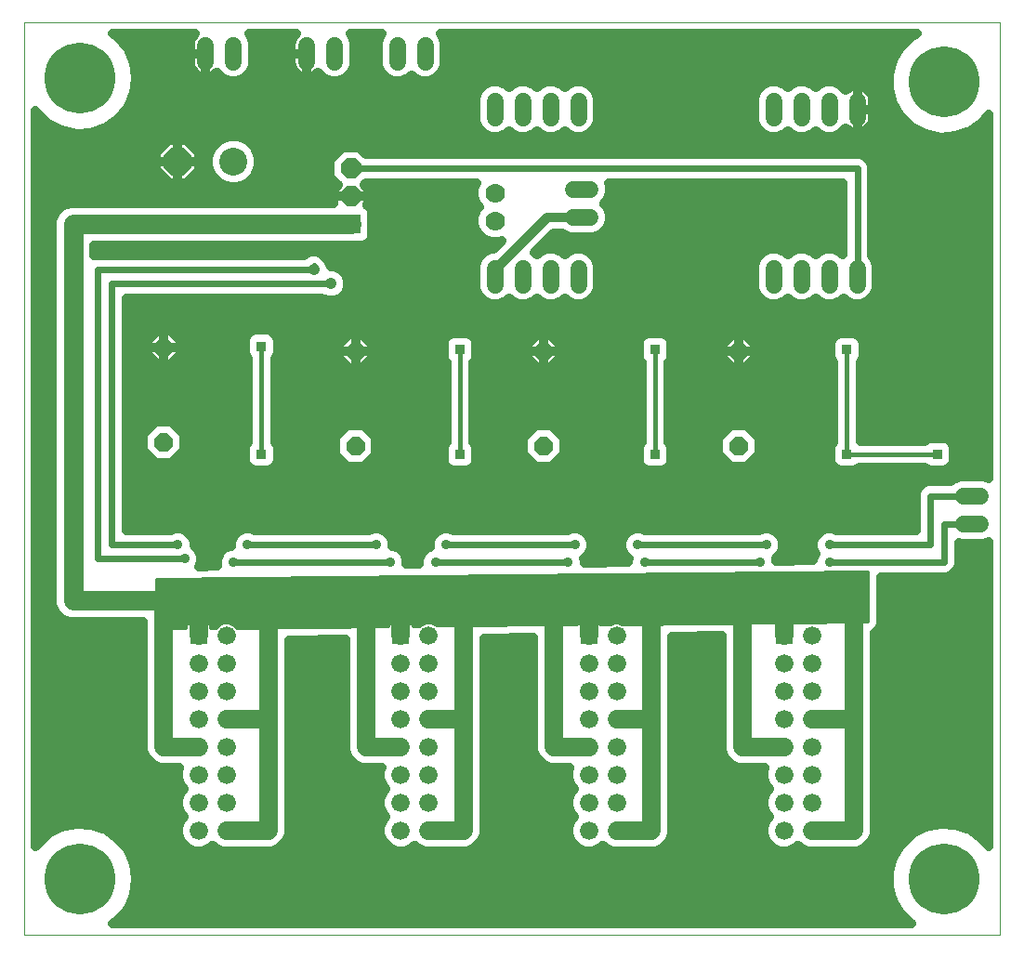
<source format=gbl>
G75*
%MOIN*%
%OFA0B0*%
%FSLAX25Y25*%
%IPPOS*%
%LPD*%
%AMOC8*
5,1,8,0,0,1.08239X$1,22.5*
%
%ADD10C,0.00000*%
%ADD11C,0.10000*%
%ADD12OC8,0.10000*%
%ADD13R,0.05937X0.05937*%
%ADD14C,0.06600*%
%ADD15OC8,0.06600*%
%ADD16C,0.25400*%
%ADD17C,0.05937*%
%ADD18C,0.07000*%
%ADD19R,0.07087X0.07087*%
%ADD20OC8,0.07087*%
%ADD21C,0.03200*%
%ADD22C,0.02600*%
%ADD23C,0.04134*%
%ADD24C,0.03562*%
%ADD25C,0.02400*%
%ADD26C,0.01200*%
%ADD27C,0.07000*%
%ADD28C,0.06600*%
%ADD29R,0.03562X0.03562*%
%ADD30C,0.01600*%
D10*
X0002600Y0002600D02*
X0002600Y0330061D01*
X0352551Y0330061D01*
X0352551Y0002600D01*
X0002600Y0002600D01*
D11*
X0077600Y0280100D03*
D12*
X0057600Y0280100D03*
D13*
X0065100Y0110100D03*
X0137600Y0110100D03*
X0205100Y0110100D03*
X0275100Y0110100D03*
D14*
X0275100Y0100100D03*
X0275100Y0090100D03*
X0275100Y0080100D03*
X0275100Y0070100D03*
X0275100Y0060100D03*
X0275100Y0050100D03*
X0275100Y0040100D03*
X0285100Y0040100D03*
X0285100Y0050100D03*
X0285100Y0060100D03*
X0285100Y0070100D03*
X0285100Y0080100D03*
X0285100Y0090100D03*
X0285100Y0100100D03*
X0285100Y0110100D03*
X0215100Y0110100D03*
X0215100Y0100100D03*
X0215100Y0090100D03*
X0215100Y0080100D03*
X0215100Y0070100D03*
X0215100Y0060100D03*
X0215100Y0050100D03*
X0215100Y0040100D03*
X0205100Y0040100D03*
X0205100Y0050100D03*
X0205100Y0060100D03*
X0205100Y0070100D03*
X0205100Y0080100D03*
X0205100Y0090100D03*
X0205100Y0100100D03*
X0147600Y0100100D03*
X0147600Y0090100D03*
X0147600Y0080100D03*
X0147600Y0070100D03*
X0147600Y0060100D03*
X0147600Y0050100D03*
X0147600Y0040100D03*
X0137600Y0040100D03*
X0137600Y0050100D03*
X0137600Y0060100D03*
X0137600Y0070100D03*
X0137600Y0080100D03*
X0137600Y0090100D03*
X0137600Y0100100D03*
X0147600Y0110100D03*
X0075100Y0110100D03*
X0075100Y0100100D03*
X0075100Y0090100D03*
X0075100Y0080100D03*
X0075100Y0070100D03*
X0075100Y0060100D03*
X0075100Y0050100D03*
X0075100Y0040100D03*
X0065100Y0040100D03*
X0065100Y0050100D03*
X0065100Y0060100D03*
X0065100Y0070100D03*
X0065100Y0080100D03*
X0065100Y0090100D03*
X0065100Y0100100D03*
D15*
X0052600Y0179350D03*
X0052600Y0213350D03*
X0121350Y0212100D03*
X0121350Y0178100D03*
X0188850Y0178100D03*
X0188850Y0212100D03*
X0258850Y0212100D03*
X0258850Y0178100D03*
D16*
X0332600Y0308850D03*
X0332600Y0022600D03*
X0022600Y0022600D03*
X0022600Y0310100D03*
D17*
X0067600Y0315881D02*
X0067600Y0321819D01*
X0077600Y0321819D02*
X0077600Y0315881D01*
X0103850Y0315881D02*
X0103850Y0321819D01*
X0113850Y0321819D02*
X0113850Y0315881D01*
X0136350Y0315881D02*
X0136350Y0321819D01*
X0146350Y0321819D02*
X0146350Y0315881D01*
X0171350Y0301819D02*
X0171350Y0295881D01*
X0181350Y0295881D02*
X0181350Y0301819D01*
X0191350Y0301819D02*
X0191350Y0295881D01*
X0201350Y0295881D02*
X0201350Y0301819D01*
X0199631Y0270100D02*
X0205569Y0270100D01*
X0205569Y0260100D02*
X0199631Y0260100D01*
X0201350Y0241819D02*
X0201350Y0235881D01*
X0191350Y0235881D02*
X0191350Y0241819D01*
X0181350Y0241819D02*
X0181350Y0235881D01*
X0171350Y0235881D02*
X0171350Y0241819D01*
X0271350Y0241819D02*
X0271350Y0235881D01*
X0281350Y0235881D02*
X0281350Y0241819D01*
X0291350Y0241819D02*
X0291350Y0235881D01*
X0301350Y0235881D02*
X0301350Y0241819D01*
X0301350Y0295881D02*
X0301350Y0301819D01*
X0291350Y0301819D02*
X0291350Y0295881D01*
X0281350Y0295881D02*
X0281350Y0301819D01*
X0271350Y0301819D02*
X0271350Y0295881D01*
X0339631Y0160100D02*
X0345569Y0160100D01*
X0345569Y0150100D02*
X0339631Y0150100D01*
D18*
X0171350Y0258850D03*
X0171350Y0268850D03*
D19*
X0119756Y0257600D03*
D20*
X0119756Y0267600D03*
X0119756Y0277600D03*
D21*
X0112212Y0277672D02*
X0086336Y0277672D01*
X0086600Y0278310D02*
X0085230Y0275002D01*
X0082698Y0272470D01*
X0079390Y0271100D01*
X0075810Y0271100D01*
X0072502Y0272470D01*
X0069970Y0275002D01*
X0068600Y0278310D01*
X0068600Y0281890D01*
X0069970Y0285198D01*
X0072502Y0287730D01*
X0075810Y0289100D01*
X0079390Y0289100D01*
X0082698Y0287730D01*
X0085230Y0285198D01*
X0086600Y0281890D01*
X0086600Y0278310D01*
X0086600Y0280870D02*
X0112358Y0280870D01*
X0112212Y0280725D02*
X0112212Y0274475D01*
X0115078Y0271610D01*
X0113612Y0270145D01*
X0113612Y0267600D01*
X0119755Y0267600D01*
X0113612Y0267600D01*
X0113612Y0265100D01*
X0018608Y0265100D01*
X0015852Y0263958D01*
X0013742Y0261848D01*
X0012600Y0259092D01*
X0012600Y0121108D01*
X0013742Y0118352D01*
X0015852Y0116242D01*
X0018608Y0115100D01*
X0045300Y0115100D01*
X0045300Y0068648D01*
X0046411Y0065965D01*
X0048465Y0063911D01*
X0051148Y0062800D01*
X0058317Y0062800D01*
X0057800Y0061552D01*
X0057800Y0058648D01*
X0058911Y0055965D01*
X0059776Y0055100D01*
X0058911Y0054235D01*
X0057800Y0051552D01*
X0057800Y0048648D01*
X0058911Y0045965D01*
X0059776Y0045100D01*
X0058911Y0044235D01*
X0057800Y0041552D01*
X0057800Y0038648D01*
X0058911Y0035965D01*
X0060965Y0033911D01*
X0063648Y0032800D01*
X0066552Y0032800D01*
X0069235Y0033911D01*
X0070100Y0034776D01*
X0070965Y0033911D01*
X0073648Y0032800D01*
X0091552Y0032800D01*
X0094235Y0033911D01*
X0096289Y0035965D01*
X0097400Y0038648D01*
X0097400Y0108464D01*
X0117800Y0108664D01*
X0117800Y0068648D01*
X0118911Y0065965D01*
X0120965Y0063911D01*
X0123648Y0062800D01*
X0130817Y0062800D01*
X0130300Y0061552D01*
X0130300Y0058648D01*
X0131411Y0055965D01*
X0132276Y0055100D01*
X0131411Y0054235D01*
X0130300Y0051552D01*
X0130300Y0048648D01*
X0131411Y0045965D01*
X0132276Y0045100D01*
X0131411Y0044235D01*
X0130300Y0041552D01*
X0130300Y0038648D01*
X0131411Y0035965D01*
X0133465Y0033911D01*
X0136148Y0032800D01*
X0139052Y0032800D01*
X0141735Y0033911D01*
X0142600Y0034776D01*
X0143465Y0033911D01*
X0146148Y0032800D01*
X0161552Y0032800D01*
X0164235Y0033911D01*
X0166289Y0035965D01*
X0167400Y0038648D01*
X0167400Y0109150D01*
X0185300Y0109325D01*
X0185300Y0068648D01*
X0186411Y0065965D01*
X0188465Y0063911D01*
X0191148Y0062800D01*
X0198317Y0062800D01*
X0197800Y0061552D01*
X0197800Y0058648D01*
X0198911Y0055965D01*
X0199776Y0055100D01*
X0198911Y0054235D01*
X0197800Y0051552D01*
X0197800Y0048648D01*
X0198911Y0045965D01*
X0199776Y0045100D01*
X0198911Y0044235D01*
X0197800Y0041552D01*
X0197800Y0038648D01*
X0198911Y0035965D01*
X0200965Y0033911D01*
X0203648Y0032800D01*
X0206552Y0032800D01*
X0209235Y0033911D01*
X0210100Y0034776D01*
X0210965Y0033911D01*
X0213648Y0032800D01*
X0229052Y0032800D01*
X0231735Y0033911D01*
X0233789Y0035965D01*
X0234900Y0038648D01*
X0234900Y0109812D01*
X0252800Y0109987D01*
X0252800Y0068648D01*
X0253911Y0065965D01*
X0255965Y0063911D01*
X0258648Y0062800D01*
X0268317Y0062800D01*
X0267800Y0061552D01*
X0267800Y0058648D01*
X0268911Y0055965D01*
X0269776Y0055100D01*
X0268911Y0054235D01*
X0267800Y0051552D01*
X0267800Y0048648D01*
X0268911Y0045965D01*
X0269776Y0045100D01*
X0268911Y0044235D01*
X0267800Y0041552D01*
X0267800Y0038648D01*
X0268911Y0035965D01*
X0270965Y0033911D01*
X0273648Y0032800D01*
X0276552Y0032800D01*
X0279235Y0033911D01*
X0280100Y0034776D01*
X0280965Y0033911D01*
X0283648Y0032800D01*
X0301552Y0032800D01*
X0304235Y0033911D01*
X0306289Y0035965D01*
X0307400Y0038648D01*
X0307400Y0111074D01*
X0307706Y0111200D01*
X0307722Y0111217D01*
X0307744Y0111226D01*
X0308369Y0111863D01*
X0309000Y0112494D01*
X0309009Y0112516D01*
X0309025Y0112533D01*
X0309358Y0113360D01*
X0309700Y0114185D01*
X0309700Y0114208D01*
X0309709Y0114230D01*
X0309700Y0115122D01*
X0309700Y0131150D01*
X0333634Y0131150D01*
X0335546Y0131942D01*
X0337008Y0133404D01*
X0337800Y0135316D01*
X0337800Y0143316D01*
X0338245Y0143131D01*
X0346955Y0143131D01*
X0348551Y0143793D01*
X0348551Y0034390D01*
X0346251Y0037217D01*
X0341801Y0040358D01*
X0336669Y0042182D01*
X0331235Y0042553D01*
X0325902Y0041445D01*
X0321066Y0038939D01*
X0317086Y0035222D01*
X0317086Y0035222D01*
X0314256Y0030568D01*
X0312786Y0025323D01*
X0312786Y0019877D01*
X0314256Y0014632D01*
X0317086Y0009978D01*
X0320703Y0006600D01*
X0034291Y0006600D01*
X0036251Y0007983D01*
X0036251Y0007983D01*
X0036251Y0007983D01*
X0039688Y0012208D01*
X0039688Y0012208D01*
X0041858Y0017204D01*
X0042600Y0022600D01*
X0041858Y0027996D01*
X0039688Y0032992D01*
X0036251Y0037217D01*
X0031801Y0040358D01*
X0026669Y0042182D01*
X0021235Y0042553D01*
X0015902Y0041445D01*
X0011066Y0038939D01*
X0007086Y0035222D01*
X0007086Y0035222D01*
X0006600Y0034423D01*
X0006600Y0298277D01*
X0007086Y0297478D01*
X0011066Y0293761D01*
X0015902Y0291255D01*
X0015902Y0291255D01*
X0021235Y0290147D01*
X0021235Y0290147D01*
X0026669Y0290518D01*
X0031801Y0292342D01*
X0036251Y0295483D01*
X0036251Y0295483D01*
X0036251Y0295483D01*
X0039688Y0299708D01*
X0039688Y0299708D01*
X0041858Y0304704D01*
X0042600Y0310100D01*
X0041858Y0315496D01*
X0039688Y0320492D01*
X0036251Y0324717D01*
X0034347Y0326061D01*
X0063967Y0326061D01*
X0063353Y0325446D01*
X0062837Y0324737D01*
X0062439Y0323956D01*
X0062169Y0323122D01*
X0062031Y0322257D01*
X0062031Y0318850D01*
X0062031Y0315443D01*
X0062169Y0314578D01*
X0062439Y0313744D01*
X0062837Y0312963D01*
X0063353Y0312254D01*
X0063972Y0311634D01*
X0064681Y0311119D01*
X0065462Y0310721D01*
X0066296Y0310450D01*
X0067162Y0310313D01*
X0067600Y0310313D01*
X0068038Y0310313D01*
X0068904Y0310450D01*
X0069738Y0310721D01*
X0070519Y0311119D01*
X0071228Y0311634D01*
X0071644Y0312051D01*
X0071692Y0311934D01*
X0073653Y0309974D01*
X0076214Y0308913D01*
X0078986Y0308913D01*
X0081547Y0309974D01*
X0083508Y0311934D01*
X0084568Y0314495D01*
X0084568Y0323205D01*
X0083508Y0325766D01*
X0083213Y0326061D01*
X0100217Y0326061D01*
X0099603Y0325446D01*
X0099087Y0324737D01*
X0098689Y0323956D01*
X0098419Y0323122D01*
X0098281Y0322257D01*
X0098281Y0318850D01*
X0098281Y0315443D01*
X0098419Y0314578D01*
X0098689Y0313744D01*
X0099087Y0312963D01*
X0099603Y0312254D01*
X0100222Y0311634D01*
X0100931Y0311119D01*
X0101712Y0310721D01*
X0102546Y0310450D01*
X0103412Y0310313D01*
X0103850Y0310313D01*
X0104288Y0310313D01*
X0105154Y0310450D01*
X0105988Y0310721D01*
X0106769Y0311119D01*
X0107478Y0311634D01*
X0107894Y0312051D01*
X0107942Y0311934D01*
X0109903Y0309974D01*
X0112464Y0308913D01*
X0115236Y0308913D01*
X0117797Y0309974D01*
X0119758Y0311934D01*
X0120818Y0314495D01*
X0120818Y0323205D01*
X0119758Y0325766D01*
X0119463Y0326061D01*
X0130737Y0326061D01*
X0130442Y0325766D01*
X0129381Y0323205D01*
X0129381Y0314495D01*
X0130442Y0311934D01*
X0132403Y0309974D01*
X0134964Y0308913D01*
X0137736Y0308913D01*
X0140297Y0309974D01*
X0141350Y0311027D01*
X0142403Y0309974D01*
X0144964Y0308913D01*
X0147736Y0308913D01*
X0150297Y0309974D01*
X0152258Y0311934D01*
X0153318Y0314495D01*
X0153318Y0323205D01*
X0152258Y0325766D01*
X0151963Y0326061D01*
X0322748Y0326061D01*
X0321066Y0325189D01*
X0317086Y0321472D01*
X0314256Y0316818D01*
X0312786Y0311573D01*
X0312786Y0306127D01*
X0314256Y0300882D01*
X0317086Y0296228D01*
X0321066Y0292511D01*
X0325902Y0290005D01*
X0325902Y0290005D01*
X0331235Y0288897D01*
X0331235Y0288897D01*
X0336669Y0289268D01*
X0341801Y0291092D01*
X0346251Y0294233D01*
X0346251Y0294233D01*
X0346251Y0294233D01*
X0348551Y0297060D01*
X0348551Y0166407D01*
X0346955Y0167068D01*
X0338245Y0167068D01*
X0335684Y0166008D01*
X0334977Y0165300D01*
X0326566Y0165300D01*
X0324654Y0164508D01*
X0323192Y0163046D01*
X0322400Y0161134D01*
X0322400Y0147800D01*
X0293903Y0147800D01*
X0292500Y0148381D01*
X0290200Y0148381D01*
X0288075Y0147501D01*
X0286449Y0145875D01*
X0285569Y0143750D01*
X0285569Y0141450D01*
X0286387Y0139475D01*
X0285569Y0137500D01*
X0285569Y0137009D01*
X0272131Y0136877D01*
X0272131Y0137500D01*
X0272060Y0137672D01*
X0272125Y0137699D01*
X0273751Y0139325D01*
X0274631Y0141450D01*
X0274631Y0143750D01*
X0273751Y0145875D01*
X0272125Y0147501D01*
X0270000Y0148381D01*
X0267700Y0148381D01*
X0266297Y0147800D01*
X0225153Y0147800D01*
X0223750Y0148381D01*
X0221450Y0148381D01*
X0219325Y0147501D01*
X0217699Y0145875D01*
X0216819Y0143750D01*
X0216819Y0141450D01*
X0217699Y0139325D01*
X0219325Y0137699D01*
X0219390Y0137672D01*
X0219319Y0137500D01*
X0219319Y0136359D01*
X0203381Y0136203D01*
X0203381Y0137500D01*
X0203310Y0137672D01*
X0203375Y0137699D01*
X0205001Y0139325D01*
X0205881Y0141450D01*
X0205881Y0143750D01*
X0205001Y0145875D01*
X0203375Y0147501D01*
X0201250Y0148381D01*
X0198950Y0148381D01*
X0197547Y0147800D01*
X0156403Y0147800D01*
X0155000Y0148381D01*
X0152700Y0148381D01*
X0150575Y0147501D01*
X0148949Y0145875D01*
X0148069Y0143750D01*
X0148069Y0141766D01*
X0146825Y0141251D01*
X0145199Y0139625D01*
X0144319Y0137500D01*
X0144319Y0135624D01*
X0139631Y0135578D01*
X0139631Y0137500D01*
X0138751Y0139625D01*
X0137125Y0141251D01*
X0135000Y0142131D01*
X0134631Y0142131D01*
X0134631Y0143750D01*
X0133751Y0145875D01*
X0132125Y0147501D01*
X0130000Y0148381D01*
X0127700Y0148381D01*
X0126297Y0147800D01*
X0085153Y0147800D01*
X0083750Y0148381D01*
X0081450Y0148381D01*
X0079325Y0147501D01*
X0077699Y0145875D01*
X0076819Y0143750D01*
X0076819Y0142131D01*
X0076450Y0142131D01*
X0074325Y0141251D01*
X0072699Y0139625D01*
X0071819Y0137500D01*
X0071819Y0135200D01*
X0071937Y0134914D01*
X0065218Y0134848D01*
X0065881Y0136450D01*
X0065881Y0138750D01*
X0065001Y0140875D01*
X0063381Y0142495D01*
X0063381Y0143750D01*
X0062501Y0145875D01*
X0060875Y0147501D01*
X0058750Y0148381D01*
X0056450Y0148381D01*
X0055047Y0147800D01*
X0039050Y0147800D01*
X0039050Y0231150D01*
X0109300Y0231150D01*
X0111393Y0230283D01*
X0113807Y0230283D01*
X0116037Y0231207D01*
X0117743Y0232913D01*
X0118667Y0235143D01*
X0118667Y0237557D01*
X0117743Y0239787D01*
X0116037Y0241493D01*
X0113807Y0242417D01*
X0112417Y0242417D01*
X0112417Y0242557D01*
X0111493Y0244787D01*
X0110775Y0245505D01*
X0110758Y0245546D01*
X0109296Y0247008D01*
X0107384Y0247800D01*
X0105316Y0247800D01*
X0103404Y0247008D01*
X0102946Y0246550D01*
X0027816Y0246550D01*
X0027600Y0246461D01*
X0027600Y0250100D01*
X0115312Y0250100D01*
X0115417Y0250057D01*
X0124094Y0250057D01*
X0125565Y0250666D01*
X0126690Y0251791D01*
X0127299Y0253261D01*
X0127299Y0261939D01*
X0126690Y0263409D01*
X0125565Y0264534D01*
X0125433Y0264589D01*
X0125899Y0265055D01*
X0125899Y0267600D01*
X0125899Y0270145D01*
X0124433Y0271610D01*
X0125223Y0272400D01*
X0164703Y0272400D01*
X0163850Y0270342D01*
X0163850Y0267358D01*
X0164992Y0264602D01*
X0165743Y0263850D01*
X0164992Y0263098D01*
X0163850Y0260342D01*
X0163850Y0257358D01*
X0164992Y0254602D01*
X0167102Y0252492D01*
X0169858Y0251350D01*
X0172842Y0251350D01*
X0173847Y0251766D01*
X0170867Y0248787D01*
X0169964Y0248787D01*
X0167403Y0247726D01*
X0165442Y0245766D01*
X0164381Y0243205D01*
X0164381Y0234495D01*
X0165442Y0231934D01*
X0167403Y0229974D01*
X0169964Y0228913D01*
X0172736Y0228913D01*
X0175297Y0229974D01*
X0176350Y0231027D01*
X0177403Y0229974D01*
X0179964Y0228913D01*
X0182736Y0228913D01*
X0185297Y0229974D01*
X0186350Y0231027D01*
X0187403Y0229974D01*
X0189964Y0228913D01*
X0192736Y0228913D01*
X0195297Y0229974D01*
X0196350Y0231027D01*
X0197403Y0229974D01*
X0199964Y0228913D01*
X0202736Y0228913D01*
X0205297Y0229974D01*
X0207258Y0231934D01*
X0208318Y0234495D01*
X0208318Y0243205D01*
X0207258Y0245766D01*
X0205297Y0247726D01*
X0202736Y0248787D01*
X0199964Y0248787D01*
X0197403Y0247726D01*
X0196350Y0246673D01*
X0195297Y0247726D01*
X0192736Y0248787D01*
X0189964Y0248787D01*
X0187403Y0247726D01*
X0186350Y0246673D01*
X0185472Y0247552D01*
X0192420Y0254500D01*
X0195377Y0254500D01*
X0195684Y0254192D01*
X0198245Y0253131D01*
X0206955Y0253131D01*
X0209516Y0254192D01*
X0211476Y0256153D01*
X0212537Y0258714D01*
X0212537Y0261486D01*
X0211476Y0264047D01*
X0210423Y0265100D01*
X0211476Y0266153D01*
X0212537Y0268714D01*
X0212537Y0271486D01*
X0212158Y0272400D01*
X0296150Y0272400D01*
X0296150Y0246873D01*
X0295297Y0247726D01*
X0292736Y0248787D01*
X0289964Y0248787D01*
X0287403Y0247726D01*
X0286350Y0246673D01*
X0285297Y0247726D01*
X0282736Y0248787D01*
X0279964Y0248787D01*
X0277403Y0247726D01*
X0276350Y0246673D01*
X0275297Y0247726D01*
X0272736Y0248787D01*
X0269964Y0248787D01*
X0267403Y0247726D01*
X0265442Y0245766D01*
X0264381Y0243205D01*
X0264381Y0234495D01*
X0265442Y0231934D01*
X0267403Y0229974D01*
X0269964Y0228913D01*
X0272736Y0228913D01*
X0275297Y0229974D01*
X0276350Y0231027D01*
X0277403Y0229974D01*
X0279964Y0228913D01*
X0282736Y0228913D01*
X0285297Y0229974D01*
X0286350Y0231027D01*
X0287403Y0229974D01*
X0289964Y0228913D01*
X0292736Y0228913D01*
X0295297Y0229974D01*
X0296350Y0231027D01*
X0297403Y0229974D01*
X0299964Y0228913D01*
X0302736Y0228913D01*
X0305297Y0229974D01*
X0307258Y0231934D01*
X0308318Y0234495D01*
X0308318Y0243205D01*
X0307258Y0245766D01*
X0306550Y0246473D01*
X0306550Y0278634D01*
X0305758Y0280546D01*
X0304296Y0282008D01*
X0302384Y0282800D01*
X0125223Y0282800D01*
X0122880Y0285143D01*
X0116631Y0285143D01*
X0112212Y0280725D01*
X0115557Y0284069D02*
X0085698Y0284069D01*
X0083160Y0287268D02*
X0348551Y0287268D01*
X0348551Y0290466D02*
X0340039Y0290466D01*
X0341801Y0291092D02*
X0341801Y0291092D01*
X0345445Y0293665D02*
X0348551Y0293665D01*
X0348551Y0296863D02*
X0348391Y0296863D01*
X0348551Y0284069D02*
X0123954Y0284069D01*
X0112214Y0274473D02*
X0084701Y0274473D01*
X0079813Y0271275D02*
X0114743Y0271275D01*
X0113612Y0268076D02*
X0006600Y0268076D01*
X0006600Y0264878D02*
X0018072Y0264878D01*
X0013672Y0261679D02*
X0006600Y0261679D01*
X0006600Y0258481D02*
X0012600Y0258481D01*
X0012600Y0255282D02*
X0006600Y0255282D01*
X0006600Y0252084D02*
X0012600Y0252084D01*
X0012600Y0248885D02*
X0006600Y0248885D01*
X0006600Y0245687D02*
X0012600Y0245687D01*
X0012600Y0242488D02*
X0006600Y0242488D01*
X0006600Y0239290D02*
X0012600Y0239290D01*
X0012600Y0236091D02*
X0006600Y0236091D01*
X0006600Y0232893D02*
X0012600Y0232893D01*
X0012600Y0229694D02*
X0006600Y0229694D01*
X0006600Y0226496D02*
X0012600Y0226496D01*
X0012600Y0223297D02*
X0006600Y0223297D01*
X0006600Y0220099D02*
X0012600Y0220099D01*
X0012600Y0216900D02*
X0006600Y0216900D01*
X0006600Y0213702D02*
X0012600Y0213702D01*
X0012600Y0210503D02*
X0006600Y0210503D01*
X0006600Y0207305D02*
X0012600Y0207305D01*
X0012600Y0204106D02*
X0006600Y0204106D01*
X0006600Y0200908D02*
X0012600Y0200908D01*
X0012600Y0197709D02*
X0006600Y0197709D01*
X0006600Y0194511D02*
X0012600Y0194511D01*
X0012600Y0191312D02*
X0006600Y0191312D01*
X0006600Y0188114D02*
X0012600Y0188114D01*
X0012600Y0184915D02*
X0006600Y0184915D01*
X0006600Y0181717D02*
X0012600Y0181717D01*
X0012600Y0178518D02*
X0006600Y0178518D01*
X0006600Y0175320D02*
X0012600Y0175320D01*
X0012600Y0172121D02*
X0006600Y0172121D01*
X0006600Y0168923D02*
X0012600Y0168923D01*
X0012600Y0165724D02*
X0006600Y0165724D01*
X0006600Y0162526D02*
X0012600Y0162526D01*
X0012600Y0159327D02*
X0006600Y0159327D01*
X0006600Y0156129D02*
X0012600Y0156129D01*
X0012600Y0152930D02*
X0006600Y0152930D01*
X0006600Y0149732D02*
X0012600Y0149732D01*
X0012600Y0146533D02*
X0006600Y0146533D01*
X0006600Y0143334D02*
X0012600Y0143334D01*
X0012600Y0140136D02*
X0006600Y0140136D01*
X0006600Y0136937D02*
X0012600Y0136937D01*
X0012600Y0133739D02*
X0006600Y0133739D01*
X0006600Y0130540D02*
X0012600Y0130540D01*
X0012600Y0127342D02*
X0006600Y0127342D01*
X0006600Y0124143D02*
X0012600Y0124143D01*
X0012668Y0120945D02*
X0006600Y0120945D01*
X0006600Y0117746D02*
X0014347Y0117746D01*
X0006600Y0114548D02*
X0045300Y0114548D01*
X0045300Y0111349D02*
X0006600Y0111349D01*
X0006600Y0108151D02*
X0045300Y0108151D01*
X0045300Y0104952D02*
X0006600Y0104952D01*
X0006600Y0101754D02*
X0045300Y0101754D01*
X0045300Y0098555D02*
X0006600Y0098555D01*
X0006600Y0095357D02*
X0045300Y0095357D01*
X0045300Y0092158D02*
X0006600Y0092158D01*
X0006600Y0088960D02*
X0045300Y0088960D01*
X0045300Y0085761D02*
X0006600Y0085761D01*
X0006600Y0082563D02*
X0045300Y0082563D01*
X0045300Y0079364D02*
X0006600Y0079364D01*
X0006600Y0076166D02*
X0045300Y0076166D01*
X0045300Y0072967D02*
X0006600Y0072967D01*
X0006600Y0069769D02*
X0045300Y0069769D01*
X0046161Y0066570D02*
X0006600Y0066570D01*
X0006600Y0063372D02*
X0049768Y0063372D01*
X0057800Y0060173D02*
X0006600Y0060173D01*
X0006600Y0056975D02*
X0058493Y0056975D01*
X0058721Y0053776D02*
X0006600Y0053776D01*
X0006600Y0050578D02*
X0057800Y0050578D01*
X0058326Y0047379D02*
X0006600Y0047379D01*
X0006600Y0044181D02*
X0058889Y0044181D01*
X0057800Y0040982D02*
X0030044Y0040982D01*
X0031801Y0040358D02*
X0031801Y0040358D01*
X0035448Y0037784D02*
X0058158Y0037784D01*
X0060291Y0034585D02*
X0038392Y0034585D01*
X0039688Y0032992D02*
X0039688Y0032992D01*
X0040386Y0031387D02*
X0314754Y0031387D01*
X0314256Y0030568D02*
X0314256Y0030568D01*
X0313589Y0028188D02*
X0041775Y0028188D01*
X0041858Y0027996D02*
X0041858Y0027996D01*
X0042272Y0024990D02*
X0312786Y0024990D01*
X0312786Y0021791D02*
X0042489Y0021791D01*
X0042049Y0018593D02*
X0313146Y0018593D01*
X0314042Y0015394D02*
X0041072Y0015394D01*
X0041858Y0017204D02*
X0041858Y0017204D01*
X0039678Y0012196D02*
X0315737Y0012196D01*
X0317086Y0009978D02*
X0317086Y0009978D01*
X0317086Y0009978D01*
X0318136Y0008997D02*
X0037076Y0008997D01*
X0036251Y0037217D02*
X0036251Y0037217D01*
X0036251Y0037217D01*
X0026669Y0042182D02*
X0026669Y0042182D01*
X0021235Y0042553D02*
X0021235Y0042553D01*
X0015902Y0041445D02*
X0015902Y0041445D01*
X0015009Y0040982D02*
X0006600Y0040982D01*
X0006600Y0037784D02*
X0009829Y0037784D01*
X0011066Y0038939D02*
X0011066Y0038939D01*
X0006699Y0034585D02*
X0006600Y0034585D01*
X0069909Y0034585D02*
X0070291Y0034585D01*
X0094909Y0034585D02*
X0132791Y0034585D01*
X0130658Y0037784D02*
X0097042Y0037784D01*
X0097400Y0040982D02*
X0130300Y0040982D01*
X0131389Y0044181D02*
X0097400Y0044181D01*
X0097400Y0047379D02*
X0130826Y0047379D01*
X0130300Y0050578D02*
X0097400Y0050578D01*
X0097400Y0053776D02*
X0131221Y0053776D01*
X0130993Y0056975D02*
X0097400Y0056975D01*
X0097400Y0060173D02*
X0130300Y0060173D01*
X0122268Y0063372D02*
X0097400Y0063372D01*
X0097400Y0066570D02*
X0118661Y0066570D01*
X0117800Y0069769D02*
X0097400Y0069769D01*
X0097400Y0072967D02*
X0117800Y0072967D01*
X0117800Y0076166D02*
X0097400Y0076166D01*
X0097400Y0079364D02*
X0117800Y0079364D01*
X0117800Y0082563D02*
X0097400Y0082563D01*
X0097400Y0085761D02*
X0117800Y0085761D01*
X0117800Y0088960D02*
X0097400Y0088960D01*
X0097400Y0092158D02*
X0117800Y0092158D01*
X0117800Y0095357D02*
X0097400Y0095357D01*
X0097400Y0098555D02*
X0117800Y0098555D01*
X0117800Y0101754D02*
X0097400Y0101754D01*
X0097400Y0104952D02*
X0117800Y0104952D01*
X0117800Y0108151D02*
X0097400Y0108151D01*
X0071819Y0136937D02*
X0065881Y0136937D01*
X0065307Y0140136D02*
X0073210Y0140136D01*
X0076819Y0143334D02*
X0063381Y0143334D01*
X0061843Y0146533D02*
X0078357Y0146533D01*
X0085023Y0169319D02*
X0090177Y0169319D01*
X0091647Y0169928D01*
X0092772Y0171053D01*
X0093381Y0172523D01*
X0093381Y0177677D01*
X0092772Y0179147D01*
X0092400Y0179519D01*
X0092400Y0209431D01*
X0092772Y0209803D01*
X0093381Y0211273D01*
X0093381Y0216427D01*
X0092772Y0217897D01*
X0091647Y0219022D01*
X0090177Y0219631D01*
X0085023Y0219631D01*
X0083553Y0219022D01*
X0082428Y0217897D01*
X0081819Y0216427D01*
X0081819Y0211273D01*
X0082428Y0209803D01*
X0082800Y0209431D01*
X0082800Y0179519D01*
X0082428Y0179147D01*
X0081819Y0177677D01*
X0081819Y0172523D01*
X0082428Y0171053D01*
X0083553Y0169928D01*
X0085023Y0169319D01*
X0081985Y0172121D02*
X0055695Y0172121D01*
X0055624Y0172050D02*
X0059900Y0176326D01*
X0059900Y0182374D01*
X0055624Y0186650D01*
X0049576Y0186650D01*
X0045300Y0182374D01*
X0045300Y0176326D01*
X0049576Y0172050D01*
X0055624Y0172050D01*
X0058893Y0175320D02*
X0081819Y0175320D01*
X0082167Y0178518D02*
X0059900Y0178518D01*
X0059900Y0181717D02*
X0082800Y0181717D01*
X0082800Y0184915D02*
X0057359Y0184915D01*
X0047841Y0184915D02*
X0039050Y0184915D01*
X0039050Y0181717D02*
X0045300Y0181717D01*
X0045300Y0178518D02*
X0039050Y0178518D01*
X0039050Y0175320D02*
X0046307Y0175320D01*
X0049505Y0172121D02*
X0039050Y0172121D01*
X0039050Y0168923D02*
X0348551Y0168923D01*
X0348551Y0172121D02*
X0335715Y0172121D01*
X0335881Y0172523D02*
X0335272Y0171053D01*
X0334147Y0169928D01*
X0332677Y0169319D01*
X0327523Y0169319D01*
X0326053Y0169928D01*
X0325681Y0170300D01*
X0302019Y0170300D01*
X0301647Y0169928D01*
X0300177Y0169319D01*
X0295023Y0169319D01*
X0293553Y0169928D01*
X0292428Y0171053D01*
X0291819Y0172523D01*
X0291819Y0177677D01*
X0292428Y0179147D01*
X0292800Y0179519D01*
X0292800Y0208181D01*
X0292428Y0208553D01*
X0291819Y0210023D01*
X0291819Y0215177D01*
X0292428Y0216647D01*
X0293553Y0217772D01*
X0295023Y0218381D01*
X0300177Y0218381D01*
X0301647Y0217772D01*
X0302772Y0216647D01*
X0303381Y0215177D01*
X0303381Y0210023D01*
X0302772Y0208553D01*
X0302400Y0208181D01*
X0302400Y0179900D01*
X0325681Y0179900D01*
X0326053Y0180272D01*
X0327523Y0180881D01*
X0332677Y0180881D01*
X0334147Y0180272D01*
X0335272Y0179147D01*
X0335881Y0177677D01*
X0335881Y0172523D01*
X0335881Y0175320D02*
X0348551Y0175320D01*
X0348551Y0178518D02*
X0335533Y0178518D01*
X0335401Y0165724D02*
X0039050Y0165724D01*
X0039050Y0162526D02*
X0322976Y0162526D01*
X0322400Y0159327D02*
X0039050Y0159327D01*
X0039050Y0156129D02*
X0322400Y0156129D01*
X0322400Y0152930D02*
X0039050Y0152930D01*
X0039050Y0149732D02*
X0322400Y0149732D01*
X0337800Y0140136D02*
X0348551Y0140136D01*
X0348551Y0143334D02*
X0347445Y0143334D01*
X0348551Y0136937D02*
X0337800Y0136937D01*
X0337147Y0133739D02*
X0348551Y0133739D01*
X0348551Y0130540D02*
X0309700Y0130540D01*
X0309700Y0127342D02*
X0348551Y0127342D01*
X0348551Y0124143D02*
X0309700Y0124143D01*
X0309700Y0120945D02*
X0348551Y0120945D01*
X0348551Y0117746D02*
X0309700Y0117746D01*
X0309706Y0114548D02*
X0348551Y0114548D01*
X0348551Y0111349D02*
X0307865Y0111349D01*
X0307400Y0108151D02*
X0348551Y0108151D01*
X0348551Y0104952D02*
X0307400Y0104952D01*
X0307400Y0101754D02*
X0348551Y0101754D01*
X0348551Y0098555D02*
X0307400Y0098555D01*
X0307400Y0095357D02*
X0348551Y0095357D01*
X0348551Y0092158D02*
X0307400Y0092158D01*
X0307400Y0088960D02*
X0348551Y0088960D01*
X0348551Y0085761D02*
X0307400Y0085761D01*
X0307400Y0082563D02*
X0348551Y0082563D01*
X0348551Y0079364D02*
X0307400Y0079364D01*
X0307400Y0076166D02*
X0348551Y0076166D01*
X0348551Y0072967D02*
X0307400Y0072967D01*
X0307400Y0069769D02*
X0348551Y0069769D01*
X0348551Y0066570D02*
X0307400Y0066570D01*
X0307400Y0063372D02*
X0348551Y0063372D01*
X0348551Y0060173D02*
X0307400Y0060173D01*
X0307400Y0056975D02*
X0348551Y0056975D01*
X0348551Y0053776D02*
X0307400Y0053776D01*
X0307400Y0050578D02*
X0348551Y0050578D01*
X0348551Y0047379D02*
X0307400Y0047379D01*
X0307400Y0044181D02*
X0348551Y0044181D01*
X0348551Y0040982D02*
X0340044Y0040982D01*
X0341801Y0040358D02*
X0341801Y0040358D01*
X0345448Y0037784D02*
X0348551Y0037784D01*
X0346251Y0037217D02*
X0346251Y0037217D01*
X0346251Y0037217D01*
X0348392Y0034585D02*
X0348551Y0034585D01*
X0336669Y0042182D02*
X0336669Y0042182D01*
X0331235Y0042553D02*
X0331235Y0042553D01*
X0325902Y0041445D02*
X0325902Y0041445D01*
X0325009Y0040982D02*
X0307400Y0040982D01*
X0307042Y0037784D02*
X0319829Y0037784D01*
X0321066Y0038939D02*
X0321066Y0038939D01*
X0316699Y0034585D02*
X0304909Y0034585D01*
X0314256Y0014632D02*
X0314256Y0014632D01*
X0280291Y0034585D02*
X0279909Y0034585D01*
X0270291Y0034585D02*
X0232409Y0034585D01*
X0234542Y0037784D02*
X0268158Y0037784D01*
X0267800Y0040982D02*
X0234900Y0040982D01*
X0234900Y0044181D02*
X0268889Y0044181D01*
X0268326Y0047379D02*
X0234900Y0047379D01*
X0234900Y0050578D02*
X0267800Y0050578D01*
X0268721Y0053776D02*
X0234900Y0053776D01*
X0234900Y0056975D02*
X0268493Y0056975D01*
X0267800Y0060173D02*
X0234900Y0060173D01*
X0234900Y0063372D02*
X0257268Y0063372D01*
X0253661Y0066570D02*
X0234900Y0066570D01*
X0234900Y0069769D02*
X0252800Y0069769D01*
X0252800Y0072967D02*
X0234900Y0072967D01*
X0234900Y0076166D02*
X0252800Y0076166D01*
X0252800Y0079364D02*
X0234900Y0079364D01*
X0234900Y0082563D02*
X0252800Y0082563D01*
X0252800Y0085761D02*
X0234900Y0085761D01*
X0234900Y0088960D02*
X0252800Y0088960D01*
X0252800Y0092158D02*
X0234900Y0092158D01*
X0234900Y0095357D02*
X0252800Y0095357D01*
X0252800Y0098555D02*
X0234900Y0098555D01*
X0234900Y0101754D02*
X0252800Y0101754D01*
X0252800Y0104952D02*
X0234900Y0104952D01*
X0234900Y0108151D02*
X0252800Y0108151D01*
X0272131Y0136937D02*
X0278302Y0136937D01*
X0274087Y0140136D02*
X0286113Y0140136D01*
X0285569Y0143334D02*
X0274631Y0143334D01*
X0273093Y0146533D02*
X0287107Y0146533D01*
X0291985Y0172121D02*
X0263195Y0172121D01*
X0261874Y0170800D02*
X0266150Y0175076D01*
X0266150Y0181124D01*
X0261874Y0185400D01*
X0255826Y0185400D01*
X0251550Y0181124D01*
X0251550Y0175076D01*
X0255826Y0170800D01*
X0261874Y0170800D01*
X0266150Y0175320D02*
X0291819Y0175320D01*
X0292167Y0178518D02*
X0266150Y0178518D01*
X0265557Y0181717D02*
X0292800Y0181717D01*
X0292800Y0184915D02*
X0262359Y0184915D01*
X0255341Y0184915D02*
X0233650Y0184915D01*
X0233650Y0181717D02*
X0252143Y0181717D01*
X0251550Y0178518D02*
X0234283Y0178518D01*
X0234022Y0179147D02*
X0233650Y0179519D01*
X0233650Y0208181D01*
X0234022Y0208553D01*
X0234631Y0210023D01*
X0234631Y0215177D01*
X0234022Y0216647D01*
X0232897Y0217772D01*
X0231427Y0218381D01*
X0226273Y0218381D01*
X0224803Y0217772D01*
X0223678Y0216647D01*
X0223069Y0215177D01*
X0223069Y0210023D01*
X0223678Y0208553D01*
X0224050Y0208181D01*
X0224050Y0179519D01*
X0223678Y0179147D01*
X0223069Y0177677D01*
X0223069Y0172523D01*
X0223678Y0171053D01*
X0224803Y0169928D01*
X0226273Y0169319D01*
X0231427Y0169319D01*
X0232897Y0169928D01*
X0234022Y0171053D01*
X0234631Y0172523D01*
X0234631Y0177677D01*
X0234022Y0179147D01*
X0234631Y0175320D02*
X0251550Y0175320D01*
X0254505Y0172121D02*
X0234465Y0172121D01*
X0224050Y0181717D02*
X0195557Y0181717D01*
X0196150Y0181124D02*
X0191874Y0185400D01*
X0185826Y0185400D01*
X0181550Y0181124D01*
X0181550Y0175076D01*
X0185826Y0170800D01*
X0191874Y0170800D01*
X0196150Y0175076D01*
X0196150Y0181124D01*
X0196150Y0178518D02*
X0223417Y0178518D01*
X0223069Y0175320D02*
X0196150Y0175320D01*
X0193195Y0172121D02*
X0223235Y0172121D01*
X0224050Y0184915D02*
X0192359Y0184915D01*
X0185341Y0184915D02*
X0163650Y0184915D01*
X0163650Y0181717D02*
X0182143Y0181717D01*
X0181550Y0178518D02*
X0164283Y0178518D01*
X0164022Y0179147D02*
X0163650Y0179519D01*
X0163650Y0208181D01*
X0164022Y0208553D01*
X0164631Y0210023D01*
X0164631Y0215177D01*
X0164022Y0216647D01*
X0162897Y0217772D01*
X0161427Y0218381D01*
X0156273Y0218381D01*
X0154803Y0217772D01*
X0153678Y0216647D01*
X0153069Y0215177D01*
X0153069Y0210023D01*
X0153678Y0208553D01*
X0154050Y0208181D01*
X0154050Y0179519D01*
X0153678Y0179147D01*
X0153069Y0177677D01*
X0153069Y0172523D01*
X0153678Y0171053D01*
X0154803Y0169928D01*
X0156273Y0169319D01*
X0161427Y0169319D01*
X0162897Y0169928D01*
X0164022Y0171053D01*
X0164631Y0172523D01*
X0164631Y0177677D01*
X0164022Y0179147D01*
X0164631Y0175320D02*
X0181550Y0175320D01*
X0184505Y0172121D02*
X0164465Y0172121D01*
X0153235Y0172121D02*
X0125695Y0172121D01*
X0124374Y0170800D02*
X0128650Y0175076D01*
X0128650Y0181124D01*
X0124374Y0185400D01*
X0118326Y0185400D01*
X0114050Y0181124D01*
X0114050Y0175076D01*
X0118326Y0170800D01*
X0124374Y0170800D01*
X0128650Y0175320D02*
X0153069Y0175320D01*
X0153417Y0178518D02*
X0128650Y0178518D01*
X0128057Y0181717D02*
X0154050Y0181717D01*
X0154050Y0184915D02*
X0124859Y0184915D01*
X0117841Y0184915D02*
X0092400Y0184915D01*
X0092400Y0181717D02*
X0114643Y0181717D01*
X0114050Y0178518D02*
X0093033Y0178518D01*
X0093381Y0175320D02*
X0114050Y0175320D01*
X0117005Y0172121D02*
X0093215Y0172121D01*
X0092400Y0188114D02*
X0154050Y0188114D01*
X0154050Y0191312D02*
X0092400Y0191312D01*
X0092400Y0194511D02*
X0154050Y0194511D01*
X0154050Y0197709D02*
X0092400Y0197709D01*
X0092400Y0200908D02*
X0154050Y0200908D01*
X0154050Y0204106D02*
X0092400Y0204106D01*
X0092400Y0207305D02*
X0117801Y0207305D01*
X0118906Y0206200D02*
X0115450Y0209656D01*
X0115450Y0212100D01*
X0121350Y0212100D01*
X0121350Y0212100D01*
X0121350Y0218000D01*
X0123794Y0218000D01*
X0127250Y0214544D01*
X0127250Y0212100D01*
X0121350Y0212100D01*
X0121350Y0212100D01*
X0121350Y0212100D01*
X0121350Y0218000D01*
X0118906Y0218000D01*
X0115450Y0214544D01*
X0115450Y0212100D01*
X0121350Y0212100D01*
X0127250Y0212100D01*
X0127250Y0209656D01*
X0123794Y0206200D01*
X0121350Y0206200D01*
X0121350Y0212100D01*
X0121350Y0212100D01*
X0121350Y0206200D01*
X0118906Y0206200D01*
X0121350Y0207305D02*
X0121350Y0207305D01*
X0121350Y0210503D02*
X0121350Y0210503D01*
X0121350Y0213702D02*
X0121350Y0213702D01*
X0121350Y0216900D02*
X0121350Y0216900D01*
X0124894Y0216900D02*
X0153931Y0216900D01*
X0153069Y0213702D02*
X0127250Y0213702D01*
X0127250Y0210503D02*
X0153069Y0210503D01*
X0154050Y0207305D02*
X0124899Y0207305D01*
X0115450Y0210503D02*
X0093062Y0210503D01*
X0093381Y0213702D02*
X0115450Y0213702D01*
X0117806Y0216900D02*
X0093185Y0216900D01*
X0082015Y0216900D02*
X0057394Y0216900D01*
X0058500Y0215794D02*
X0055044Y0219250D01*
X0052600Y0219250D01*
X0052600Y0213350D01*
X0052600Y0213350D01*
X0058500Y0213350D01*
X0058500Y0215794D01*
X0058500Y0213702D02*
X0081819Y0213702D01*
X0082138Y0210503D02*
X0058097Y0210503D01*
X0058500Y0210906D02*
X0058500Y0213350D01*
X0052600Y0213350D01*
X0052600Y0213350D01*
X0052600Y0213350D01*
X0046700Y0213350D01*
X0046700Y0215794D01*
X0050156Y0219250D01*
X0052600Y0219250D01*
X0052600Y0213350D01*
X0052600Y0207450D01*
X0055044Y0207450D01*
X0058500Y0210906D01*
X0052600Y0210503D02*
X0052600Y0210503D01*
X0052600Y0213350D02*
X0052600Y0207450D01*
X0050156Y0207450D01*
X0046700Y0210906D01*
X0046700Y0213350D01*
X0052600Y0213350D01*
X0052600Y0213350D01*
X0052600Y0213702D02*
X0052600Y0213702D01*
X0052600Y0216900D02*
X0052600Y0216900D01*
X0047806Y0216900D02*
X0039050Y0216900D01*
X0039050Y0213702D02*
X0046700Y0213702D01*
X0047103Y0210503D02*
X0039050Y0210503D01*
X0039050Y0207305D02*
X0082800Y0207305D01*
X0082800Y0204106D02*
X0039050Y0204106D01*
X0039050Y0200908D02*
X0082800Y0200908D01*
X0082800Y0197709D02*
X0039050Y0197709D01*
X0039050Y0194511D02*
X0082800Y0194511D01*
X0082800Y0191312D02*
X0039050Y0191312D01*
X0039050Y0188114D02*
X0082800Y0188114D01*
X0039050Y0220099D02*
X0348551Y0220099D01*
X0348551Y0223297D02*
X0039050Y0223297D01*
X0039050Y0226496D02*
X0348551Y0226496D01*
X0348551Y0229694D02*
X0304622Y0229694D01*
X0307655Y0232893D02*
X0348551Y0232893D01*
X0348551Y0236091D02*
X0308318Y0236091D01*
X0308318Y0239290D02*
X0348551Y0239290D01*
X0348551Y0242488D02*
X0308318Y0242488D01*
X0307290Y0245687D02*
X0348551Y0245687D01*
X0348551Y0248885D02*
X0306550Y0248885D01*
X0306550Y0252084D02*
X0348551Y0252084D01*
X0348551Y0255282D02*
X0306550Y0255282D01*
X0306550Y0258481D02*
X0348551Y0258481D01*
X0348551Y0261679D02*
X0306550Y0261679D01*
X0306550Y0264878D02*
X0348551Y0264878D01*
X0348551Y0268076D02*
X0306550Y0268076D01*
X0306550Y0271275D02*
X0348551Y0271275D01*
X0348551Y0274473D02*
X0306550Y0274473D01*
X0306550Y0277672D02*
X0348551Y0277672D01*
X0348551Y0280870D02*
X0305433Y0280870D01*
X0302654Y0290450D02*
X0301788Y0290313D01*
X0301350Y0290313D01*
X0301350Y0298850D01*
X0306918Y0298850D01*
X0306918Y0302257D01*
X0306781Y0303122D01*
X0306511Y0303956D01*
X0306113Y0304737D01*
X0305597Y0305446D01*
X0304978Y0306066D01*
X0304269Y0306581D01*
X0303488Y0306979D01*
X0302654Y0307250D01*
X0301788Y0307387D01*
X0301350Y0307387D01*
X0301350Y0298850D01*
X0301350Y0298850D01*
X0301350Y0298850D01*
X0306918Y0298850D01*
X0306918Y0295443D01*
X0306781Y0294578D01*
X0306511Y0293744D01*
X0306113Y0292963D01*
X0305597Y0292254D01*
X0304978Y0291634D01*
X0304269Y0291119D01*
X0303488Y0290721D01*
X0302654Y0290450D01*
X0302703Y0290466D02*
X0325012Y0290466D01*
X0321066Y0292511D02*
X0321066Y0292511D01*
X0319831Y0293665D02*
X0306470Y0293665D01*
X0306918Y0296863D02*
X0316700Y0296863D01*
X0317086Y0296228D02*
X0317086Y0296228D01*
X0314755Y0300062D02*
X0306918Y0300062D01*
X0306737Y0303260D02*
X0313589Y0303260D01*
X0314256Y0300882D02*
X0314256Y0300882D01*
X0312786Y0306459D02*
X0304437Y0306459D01*
X0301350Y0306459D02*
X0301350Y0306459D01*
X0301350Y0307387D02*
X0300912Y0307387D01*
X0300046Y0307250D01*
X0299212Y0306979D01*
X0298431Y0306581D01*
X0297722Y0306066D01*
X0297306Y0305649D01*
X0297258Y0305766D01*
X0295297Y0307726D01*
X0292736Y0308787D01*
X0289964Y0308787D01*
X0287403Y0307726D01*
X0286350Y0306673D01*
X0285297Y0307726D01*
X0282736Y0308787D01*
X0279964Y0308787D01*
X0277403Y0307726D01*
X0276350Y0306673D01*
X0275297Y0307726D01*
X0272736Y0308787D01*
X0269964Y0308787D01*
X0267403Y0307726D01*
X0265442Y0305766D01*
X0264381Y0303205D01*
X0264381Y0294495D01*
X0265442Y0291934D01*
X0267403Y0289974D01*
X0269964Y0288913D01*
X0272736Y0288913D01*
X0275297Y0289974D01*
X0276350Y0291027D01*
X0277403Y0289974D01*
X0279964Y0288913D01*
X0282736Y0288913D01*
X0285297Y0289974D01*
X0286350Y0291027D01*
X0287403Y0289974D01*
X0289964Y0288913D01*
X0292736Y0288913D01*
X0295297Y0289974D01*
X0297258Y0291934D01*
X0297306Y0292051D01*
X0297722Y0291634D01*
X0298431Y0291119D01*
X0299212Y0290721D01*
X0300046Y0290450D01*
X0300912Y0290313D01*
X0301350Y0290313D01*
X0301350Y0298850D01*
X0301350Y0298850D01*
X0301350Y0307387D01*
X0298263Y0306459D02*
X0296565Y0306459D01*
X0301350Y0303260D02*
X0301350Y0303260D01*
X0301350Y0300062D02*
X0301350Y0300062D01*
X0301350Y0296863D02*
X0301350Y0296863D01*
X0301350Y0293665D02*
X0301350Y0293665D01*
X0301350Y0290466D02*
X0301350Y0290466D01*
X0299997Y0290466D02*
X0295789Y0290466D01*
X0286911Y0290466D02*
X0285789Y0290466D01*
X0276911Y0290466D02*
X0275789Y0290466D01*
X0266911Y0290466D02*
X0205789Y0290466D01*
X0205297Y0289974D02*
X0207258Y0291934D01*
X0208318Y0294495D01*
X0208318Y0303205D01*
X0207258Y0305766D01*
X0205297Y0307726D01*
X0202736Y0308787D01*
X0199964Y0308787D01*
X0197403Y0307726D01*
X0196350Y0306673D01*
X0195297Y0307726D01*
X0192736Y0308787D01*
X0189964Y0308787D01*
X0187403Y0307726D01*
X0186350Y0306673D01*
X0185297Y0307726D01*
X0182736Y0308787D01*
X0179964Y0308787D01*
X0177403Y0307726D01*
X0176350Y0306673D01*
X0175297Y0307726D01*
X0172736Y0308787D01*
X0169964Y0308787D01*
X0167403Y0307726D01*
X0165442Y0305766D01*
X0164381Y0303205D01*
X0164381Y0294495D01*
X0165442Y0291934D01*
X0167403Y0289974D01*
X0169964Y0288913D01*
X0172736Y0288913D01*
X0175297Y0289974D01*
X0176350Y0291027D01*
X0177403Y0289974D01*
X0179964Y0288913D01*
X0182736Y0288913D01*
X0185297Y0289974D01*
X0186350Y0291027D01*
X0187403Y0289974D01*
X0189964Y0288913D01*
X0192736Y0288913D01*
X0195297Y0289974D01*
X0196350Y0291027D01*
X0197403Y0289974D01*
X0199964Y0288913D01*
X0202736Y0288913D01*
X0205297Y0289974D01*
X0207974Y0293665D02*
X0264726Y0293665D01*
X0264381Y0296863D02*
X0208318Y0296863D01*
X0208318Y0300062D02*
X0264381Y0300062D01*
X0264404Y0303260D02*
X0208296Y0303260D01*
X0206565Y0306459D02*
X0266135Y0306459D01*
X0296150Y0271275D02*
X0212537Y0271275D01*
X0212273Y0268076D02*
X0296150Y0268076D01*
X0296150Y0264878D02*
X0210646Y0264878D01*
X0212457Y0261679D02*
X0296150Y0261679D01*
X0296150Y0258481D02*
X0212440Y0258481D01*
X0210606Y0255282D02*
X0296150Y0255282D01*
X0296150Y0252084D02*
X0190003Y0252084D01*
X0186805Y0248885D02*
X0296150Y0248885D01*
X0294622Y0229694D02*
X0298078Y0229694D01*
X0288078Y0229694D02*
X0284622Y0229694D01*
X0278078Y0229694D02*
X0274622Y0229694D01*
X0268078Y0229694D02*
X0204622Y0229694D01*
X0207655Y0232893D02*
X0265045Y0232893D01*
X0264381Y0236091D02*
X0208318Y0236091D01*
X0208318Y0239290D02*
X0264381Y0239290D01*
X0264381Y0242488D02*
X0208318Y0242488D01*
X0207290Y0245687D02*
X0265410Y0245687D01*
X0261294Y0218000D02*
X0258850Y0218000D01*
X0258850Y0212100D01*
X0258850Y0212100D01*
X0264750Y0212100D01*
X0264750Y0214544D01*
X0261294Y0218000D01*
X0262394Y0216900D02*
X0292681Y0216900D01*
X0291819Y0213702D02*
X0264750Y0213702D01*
X0264750Y0212100D02*
X0258850Y0212100D01*
X0258850Y0212100D01*
X0258850Y0212100D01*
X0252950Y0212100D01*
X0252950Y0214544D01*
X0256406Y0218000D01*
X0258850Y0218000D01*
X0258850Y0212100D01*
X0258850Y0206200D01*
X0261294Y0206200D01*
X0264750Y0209656D01*
X0264750Y0212100D01*
X0264750Y0210503D02*
X0291819Y0210503D01*
X0292800Y0207305D02*
X0262399Y0207305D01*
X0258850Y0207305D02*
X0258850Y0207305D01*
X0258850Y0206200D02*
X0258850Y0212100D01*
X0258850Y0212100D01*
X0252950Y0212100D01*
X0252950Y0209656D01*
X0256406Y0206200D01*
X0258850Y0206200D01*
X0255301Y0207305D02*
X0233650Y0207305D01*
X0233650Y0204106D02*
X0292800Y0204106D01*
X0292800Y0200908D02*
X0233650Y0200908D01*
X0233650Y0197709D02*
X0292800Y0197709D01*
X0292800Y0194511D02*
X0233650Y0194511D01*
X0233650Y0191312D02*
X0292800Y0191312D01*
X0292800Y0188114D02*
X0233650Y0188114D01*
X0224050Y0188114D02*
X0163650Y0188114D01*
X0163650Y0191312D02*
X0224050Y0191312D01*
X0224050Y0194511D02*
X0163650Y0194511D01*
X0163650Y0197709D02*
X0224050Y0197709D01*
X0224050Y0200908D02*
X0163650Y0200908D01*
X0163650Y0204106D02*
X0224050Y0204106D01*
X0224050Y0207305D02*
X0192399Y0207305D01*
X0191294Y0206200D02*
X0194750Y0209656D01*
X0194750Y0212100D01*
X0194750Y0214544D01*
X0191294Y0218000D01*
X0188850Y0218000D01*
X0188850Y0212100D01*
X0188850Y0212100D01*
X0194750Y0212100D01*
X0188850Y0212100D01*
X0188850Y0212100D01*
X0188850Y0212100D01*
X0182950Y0212100D01*
X0182950Y0214544D01*
X0186406Y0218000D01*
X0188850Y0218000D01*
X0188850Y0212100D01*
X0188850Y0206200D01*
X0191294Y0206200D01*
X0188850Y0206200D02*
X0188850Y0212100D01*
X0188850Y0212100D01*
X0182950Y0212100D01*
X0182950Y0209656D01*
X0186406Y0206200D01*
X0188850Y0206200D01*
X0188850Y0207305D02*
X0188850Y0207305D01*
X0188850Y0210503D02*
X0188850Y0210503D01*
X0188850Y0213702D02*
X0188850Y0213702D01*
X0188850Y0216900D02*
X0188850Y0216900D01*
X0192394Y0216900D02*
X0223931Y0216900D01*
X0223069Y0213702D02*
X0194750Y0213702D01*
X0194750Y0210503D02*
X0223069Y0210503D01*
X0233769Y0216900D02*
X0255306Y0216900D01*
X0258850Y0216900D02*
X0258850Y0216900D01*
X0258850Y0213702D02*
X0258850Y0213702D01*
X0258850Y0210503D02*
X0258850Y0210503D01*
X0252950Y0210503D02*
X0234631Y0210503D01*
X0234631Y0213702D02*
X0252950Y0213702D01*
X0302519Y0216900D02*
X0348551Y0216900D01*
X0348551Y0213702D02*
X0303381Y0213702D01*
X0303381Y0210503D02*
X0348551Y0210503D01*
X0348551Y0207305D02*
X0302400Y0207305D01*
X0302400Y0204106D02*
X0348551Y0204106D01*
X0348551Y0200908D02*
X0302400Y0200908D01*
X0302400Y0197709D02*
X0348551Y0197709D01*
X0348551Y0194511D02*
X0302400Y0194511D01*
X0302400Y0191312D02*
X0348551Y0191312D01*
X0348551Y0188114D02*
X0302400Y0188114D01*
X0302400Y0184915D02*
X0348551Y0184915D01*
X0348551Y0181717D02*
X0302400Y0181717D01*
X0218357Y0146533D02*
X0204343Y0146533D01*
X0205881Y0143334D02*
X0216819Y0143334D01*
X0217363Y0140136D02*
X0205337Y0140136D01*
X0203381Y0136937D02*
X0219319Y0136937D01*
X0185300Y0108151D02*
X0167400Y0108151D01*
X0167400Y0104952D02*
X0185300Y0104952D01*
X0185300Y0101754D02*
X0167400Y0101754D01*
X0167400Y0098555D02*
X0185300Y0098555D01*
X0185300Y0095357D02*
X0167400Y0095357D01*
X0167400Y0092158D02*
X0185300Y0092158D01*
X0185300Y0088960D02*
X0167400Y0088960D01*
X0167400Y0085761D02*
X0185300Y0085761D01*
X0185300Y0082563D02*
X0167400Y0082563D01*
X0167400Y0079364D02*
X0185300Y0079364D01*
X0185300Y0076166D02*
X0167400Y0076166D01*
X0167400Y0072967D02*
X0185300Y0072967D01*
X0185300Y0069769D02*
X0167400Y0069769D01*
X0167400Y0066570D02*
X0186161Y0066570D01*
X0189768Y0063372D02*
X0167400Y0063372D01*
X0167400Y0060173D02*
X0197800Y0060173D01*
X0198493Y0056975D02*
X0167400Y0056975D01*
X0167400Y0053776D02*
X0198721Y0053776D01*
X0197800Y0050578D02*
X0167400Y0050578D01*
X0167400Y0047379D02*
X0198326Y0047379D01*
X0198889Y0044181D02*
X0167400Y0044181D01*
X0167400Y0040982D02*
X0197800Y0040982D01*
X0198158Y0037784D02*
X0167042Y0037784D01*
X0164909Y0034585D02*
X0200291Y0034585D01*
X0209909Y0034585D02*
X0210291Y0034585D01*
X0142791Y0034585D02*
X0142409Y0034585D01*
X0144319Y0136937D02*
X0139631Y0136937D01*
X0138240Y0140136D02*
X0145710Y0140136D01*
X0148069Y0143334D02*
X0134631Y0143334D01*
X0133093Y0146533D02*
X0149607Y0146533D01*
X0163650Y0207305D02*
X0185301Y0207305D01*
X0182950Y0210503D02*
X0164631Y0210503D01*
X0164631Y0213702D02*
X0182950Y0213702D01*
X0185306Y0216900D02*
X0163769Y0216900D01*
X0168078Y0229694D02*
X0039050Y0229694D01*
X0027600Y0248885D02*
X0170966Y0248885D01*
X0168086Y0252084D02*
X0126811Y0252084D01*
X0127299Y0255282D02*
X0164710Y0255282D01*
X0163850Y0258481D02*
X0127299Y0258481D01*
X0127299Y0261679D02*
X0164404Y0261679D01*
X0164877Y0264878D02*
X0125721Y0264878D01*
X0125899Y0267600D02*
X0119756Y0267600D01*
X0125899Y0267600D01*
X0125899Y0268076D02*
X0163850Y0268076D01*
X0164237Y0271275D02*
X0124768Y0271275D01*
X0119756Y0267600D02*
X0119756Y0267600D01*
X0119755Y0267600D02*
X0119755Y0267600D01*
X0110617Y0245687D02*
X0165410Y0245687D01*
X0164381Y0242488D02*
X0112417Y0242488D01*
X0117949Y0239290D02*
X0164381Y0239290D01*
X0164381Y0236091D02*
X0118667Y0236091D01*
X0117723Y0232893D02*
X0165045Y0232893D01*
X0171350Y0238850D02*
X0171350Y0241350D01*
X0190100Y0260100D01*
X0202600Y0260100D01*
X0198078Y0229694D02*
X0194622Y0229694D01*
X0188078Y0229694D02*
X0184622Y0229694D01*
X0178078Y0229694D02*
X0174622Y0229694D01*
X0175789Y0290466D02*
X0176911Y0290466D01*
X0185789Y0290466D02*
X0186911Y0290466D01*
X0195789Y0290466D02*
X0196911Y0290466D01*
X0166911Y0290466D02*
X0025904Y0290466D01*
X0026669Y0290518D02*
X0026669Y0290518D01*
X0031801Y0292342D02*
X0031801Y0292342D01*
X0033674Y0293665D02*
X0164726Y0293665D01*
X0164381Y0296863D02*
X0037374Y0296863D01*
X0039842Y0300062D02*
X0164381Y0300062D01*
X0164404Y0303260D02*
X0041231Y0303260D01*
X0041858Y0304704D02*
X0041858Y0304704D01*
X0042099Y0306459D02*
X0166135Y0306459D01*
X0153318Y0316054D02*
X0314042Y0316054D01*
X0313146Y0312856D02*
X0152639Y0312856D01*
X0149533Y0309657D02*
X0312786Y0309657D01*
X0315736Y0319253D02*
X0153318Y0319253D01*
X0153318Y0322451D02*
X0318134Y0322451D01*
X0321066Y0325189D02*
X0321066Y0325189D01*
X0321066Y0325189D01*
X0321955Y0325650D02*
X0152306Y0325650D01*
X0143167Y0309657D02*
X0139533Y0309657D01*
X0133167Y0309657D02*
X0117033Y0309657D01*
X0120139Y0312856D02*
X0130061Y0312856D01*
X0129381Y0316054D02*
X0120818Y0316054D01*
X0120818Y0319253D02*
X0129381Y0319253D01*
X0129381Y0322451D02*
X0120818Y0322451D01*
X0119806Y0325650D02*
X0130394Y0325650D01*
X0110667Y0309657D02*
X0080783Y0309657D01*
X0083889Y0312856D02*
X0099165Y0312856D01*
X0098281Y0316054D02*
X0084568Y0316054D01*
X0084568Y0319253D02*
X0098281Y0319253D01*
X0098281Y0318850D02*
X0103850Y0318850D01*
X0103850Y0310313D01*
X0103850Y0318850D01*
X0103850Y0318850D01*
X0103850Y0318850D01*
X0098281Y0318850D01*
X0098312Y0322451D02*
X0084568Y0322451D01*
X0083556Y0325650D02*
X0099806Y0325650D01*
X0103850Y0316054D02*
X0103850Y0316054D01*
X0103850Y0312856D02*
X0103850Y0312856D01*
X0074417Y0309657D02*
X0042539Y0309657D01*
X0042221Y0312856D02*
X0062915Y0312856D01*
X0062031Y0316054D02*
X0041616Y0316054D01*
X0041858Y0315496D02*
X0041858Y0315496D01*
X0040227Y0319253D02*
X0062031Y0319253D01*
X0062031Y0318850D02*
X0067600Y0318850D01*
X0067600Y0310313D01*
X0067600Y0318850D01*
X0067600Y0318850D01*
X0067600Y0318850D01*
X0062031Y0318850D01*
X0062062Y0322451D02*
X0038094Y0322451D01*
X0039688Y0320492D02*
X0039688Y0320492D01*
X0036251Y0324717D02*
X0036251Y0324717D01*
X0034929Y0325650D02*
X0063556Y0325650D01*
X0067600Y0316054D02*
X0067600Y0316054D01*
X0067600Y0312856D02*
X0067600Y0312856D01*
X0072040Y0287268D02*
X0061180Y0287268D01*
X0060748Y0287700D02*
X0057600Y0287700D01*
X0057600Y0280100D01*
X0065200Y0280100D01*
X0065200Y0283248D01*
X0060748Y0287700D01*
X0057600Y0287700D02*
X0054452Y0287700D01*
X0050000Y0283248D01*
X0050000Y0280100D01*
X0057600Y0280100D01*
X0057600Y0280100D01*
X0057600Y0280100D01*
X0065200Y0280100D01*
X0065200Y0276952D01*
X0060748Y0272500D01*
X0057600Y0272500D01*
X0057600Y0280100D01*
X0057600Y0280100D01*
X0057600Y0280100D01*
X0057600Y0287700D01*
X0057600Y0287268D02*
X0057600Y0287268D01*
X0057600Y0284069D02*
X0057600Y0284069D01*
X0057600Y0280870D02*
X0057600Y0280870D01*
X0057600Y0280100D02*
X0050000Y0280100D01*
X0050000Y0276952D01*
X0054452Y0272500D01*
X0057600Y0272500D01*
X0057600Y0280100D01*
X0057600Y0277672D02*
X0057600Y0277672D01*
X0057600Y0274473D02*
X0057600Y0274473D01*
X0062721Y0274473D02*
X0070499Y0274473D01*
X0068864Y0277672D02*
X0065200Y0277672D01*
X0065200Y0280870D02*
X0068600Y0280870D01*
X0069502Y0284069D02*
X0064379Y0284069D01*
X0054020Y0287268D02*
X0006600Y0287268D01*
X0006600Y0290466D02*
X0019698Y0290466D01*
X0011252Y0293665D02*
X0006600Y0293665D01*
X0006600Y0296863D02*
X0007744Y0296863D01*
X0007086Y0297478D02*
X0007086Y0297478D01*
X0011066Y0293761D02*
X0011066Y0293761D01*
X0006600Y0284069D02*
X0050821Y0284069D01*
X0050000Y0280870D02*
X0006600Y0280870D01*
X0006600Y0277672D02*
X0050000Y0277672D01*
X0052479Y0274473D02*
X0006600Y0274473D01*
X0006600Y0271275D02*
X0075387Y0271275D01*
X0336669Y0289268D02*
X0336669Y0289268D01*
D22*
X0283850Y0165100D03*
X0283850Y0161350D03*
X0283850Y0157600D03*
X0283850Y0153850D03*
X0283850Y0150100D03*
X0280100Y0150100D03*
X0280100Y0153850D03*
X0280100Y0157600D03*
X0280100Y0161350D03*
X0280100Y0165100D03*
X0276350Y0165100D03*
X0276350Y0161350D03*
X0276350Y0157600D03*
X0276350Y0153850D03*
X0276350Y0150100D03*
X0215100Y0150100D03*
X0215100Y0153850D03*
X0215100Y0157600D03*
X0215100Y0161350D03*
X0215100Y0165100D03*
X0211350Y0165100D03*
X0211350Y0161350D03*
X0211350Y0157600D03*
X0211350Y0153850D03*
X0211350Y0150100D03*
X0207600Y0150100D03*
X0207600Y0153850D03*
X0207600Y0157600D03*
X0207600Y0161350D03*
X0207600Y0165100D03*
X0145100Y0165100D03*
X0145100Y0161350D03*
X0145100Y0157600D03*
X0145100Y0153850D03*
X0145100Y0150100D03*
X0141350Y0150100D03*
X0141350Y0153850D03*
X0141350Y0157600D03*
X0141350Y0161350D03*
X0141350Y0165100D03*
X0137600Y0165100D03*
X0137600Y0161350D03*
X0137600Y0157600D03*
X0137600Y0153850D03*
X0137600Y0150100D03*
X0073850Y0150100D03*
X0073850Y0153850D03*
X0073850Y0157600D03*
X0073850Y0161350D03*
X0073850Y0165100D03*
X0070100Y0165100D03*
X0070100Y0161350D03*
X0070100Y0157600D03*
X0070100Y0153850D03*
X0070100Y0150100D03*
X0066350Y0150100D03*
X0066350Y0153850D03*
X0066350Y0157600D03*
X0066350Y0161350D03*
X0066350Y0165100D03*
D23*
X0112600Y0236350D03*
X0106350Y0241350D03*
X0330100Y0250100D03*
D24*
X0291350Y0142600D03*
X0291350Y0136350D03*
X0268850Y0142600D03*
X0266350Y0136350D03*
X0225100Y0136350D03*
X0222600Y0142600D03*
X0200100Y0142600D03*
X0197600Y0136350D03*
X0153850Y0142600D03*
X0150100Y0136350D03*
X0133850Y0136350D03*
X0128850Y0142600D03*
X0082600Y0142600D03*
X0077600Y0136350D03*
X0060100Y0137600D03*
X0057600Y0142600D03*
D25*
X0033850Y0142600D01*
X0033850Y0236350D01*
X0112600Y0236350D01*
X0106350Y0241350D02*
X0106350Y0242600D01*
X0106350Y0241350D02*
X0028850Y0241350D01*
X0028850Y0137600D01*
X0060100Y0137600D01*
X0077600Y0136350D02*
X0133850Y0136350D01*
X0128850Y0142600D02*
X0082600Y0142600D01*
X0150100Y0136350D02*
X0197600Y0136350D01*
X0200100Y0142600D02*
X0153850Y0142600D01*
X0222600Y0142600D02*
X0268850Y0142600D01*
X0266350Y0136350D02*
X0225100Y0136350D01*
X0291350Y0136350D02*
X0332600Y0136350D01*
X0332600Y0150100D01*
X0342600Y0150100D01*
X0342600Y0160100D02*
X0327600Y0160100D01*
X0327600Y0142600D01*
X0291350Y0142600D01*
X0301350Y0238850D02*
X0301350Y0277600D01*
X0119756Y0277600D01*
D26*
X0125653Y0130841D02*
X0305100Y0130841D01*
X0305100Y0132039D02*
X0247901Y0132039D01*
X0216876Y0114235D02*
X0215995Y0114600D01*
X0214205Y0114600D01*
X0213238Y0114199D01*
X0209240Y0114160D01*
X0209051Y0114349D01*
X0208686Y0114559D01*
X0208279Y0114668D01*
X0205484Y0114668D01*
X0205484Y0114123D01*
X0204716Y0114116D01*
X0204716Y0114668D01*
X0201921Y0114668D01*
X0201514Y0114559D01*
X0201149Y0114349D01*
X0200878Y0114078D01*
X0150480Y0113584D01*
X0150149Y0113915D01*
X0148495Y0114600D01*
X0146705Y0114600D01*
X0145051Y0113915D01*
X0144663Y0113527D01*
X0142109Y0113502D01*
X0142059Y0113686D01*
X0141849Y0114051D01*
X0141551Y0114349D01*
X0141186Y0114559D01*
X0140779Y0114668D01*
X0137984Y0114668D01*
X0137984Y0113462D01*
X0137216Y0113454D01*
X0137216Y0114668D01*
X0134421Y0114668D01*
X0134014Y0114559D01*
X0133649Y0114349D01*
X0133351Y0114051D01*
X0133141Y0113686D01*
X0133067Y0113413D01*
X0078684Y0112880D01*
X0077649Y0113915D01*
X0075995Y0114600D01*
X0074205Y0114600D01*
X0072551Y0113915D01*
X0071445Y0112809D01*
X0069668Y0112792D01*
X0069668Y0113279D01*
X0069559Y0113686D01*
X0069349Y0114051D01*
X0069051Y0114349D01*
X0068686Y0114559D01*
X0068279Y0114668D01*
X0065484Y0114668D01*
X0065484Y0112751D01*
X0064716Y0112743D01*
X0064716Y0114668D01*
X0061921Y0114668D01*
X0061514Y0114559D01*
X0061149Y0114349D01*
X0060851Y0114051D01*
X0060641Y0113686D01*
X0060531Y0113279D01*
X0060531Y0112702D01*
X0050100Y0112600D01*
X0050100Y0130100D01*
X0305100Y0132600D01*
X0305100Y0115100D01*
X0216876Y0114235D01*
X0199179Y0114062D02*
X0149795Y0114062D01*
X0145405Y0114062D02*
X0141838Y0114062D01*
X0137984Y0114062D02*
X0137216Y0114062D01*
X0133362Y0114062D02*
X0077295Y0114062D01*
X0072905Y0114062D02*
X0069338Y0114062D01*
X0069668Y0112863D02*
X0071499Y0112863D01*
X0065484Y0112863D02*
X0064716Y0112863D01*
X0064716Y0114062D02*
X0065484Y0114062D01*
X0060862Y0114062D02*
X0050100Y0114062D01*
X0050100Y0115260D02*
X0305100Y0115260D01*
X0305100Y0116459D02*
X0050100Y0116459D01*
X0050100Y0117657D02*
X0305100Y0117657D01*
X0305100Y0118856D02*
X0050100Y0118856D01*
X0050100Y0120054D02*
X0305100Y0120054D01*
X0305100Y0121253D02*
X0050100Y0121253D01*
X0050100Y0122451D02*
X0305100Y0122451D01*
X0305100Y0123650D02*
X0050100Y0123650D01*
X0050100Y0124848D02*
X0305100Y0124848D01*
X0305100Y0126047D02*
X0050100Y0126047D01*
X0050100Y0127245D02*
X0305100Y0127245D01*
X0305100Y0128444D02*
X0050100Y0128444D01*
X0050100Y0129642D02*
X0305100Y0129642D01*
X0060531Y0112863D02*
X0050100Y0112863D01*
D27*
X0052600Y0122600D02*
X0020100Y0122600D01*
X0020100Y0257600D01*
X0119756Y0257600D01*
D28*
X0160100Y0125100D02*
X0160100Y0080100D01*
X0160100Y0040100D01*
X0147600Y0040100D01*
X0137600Y0070100D02*
X0125100Y0070100D01*
X0125100Y0122600D01*
X0137600Y0122600D02*
X0137600Y0110100D01*
X0137600Y0122600D02*
X0205100Y0122600D01*
X0205100Y0110100D01*
X0192600Y0125100D02*
X0192600Y0070100D01*
X0205100Y0070100D01*
X0215100Y0080100D02*
X0227600Y0080100D01*
X0227600Y0040100D01*
X0215100Y0040100D01*
X0227600Y0080100D02*
X0227600Y0125100D01*
X0260100Y0125100D02*
X0260100Y0070100D01*
X0275100Y0070100D01*
X0285100Y0080100D02*
X0300100Y0080100D01*
X0300100Y0040100D01*
X0285100Y0040100D01*
X0300100Y0080100D02*
X0300100Y0125100D01*
X0275100Y0125100D01*
X0275100Y0110100D01*
X0275100Y0125100D02*
X0260100Y0125100D01*
X0160100Y0080100D02*
X0147600Y0080100D01*
X0090100Y0080100D02*
X0090100Y0117600D01*
X0090100Y0120100D02*
X0090100Y0040100D01*
X0075100Y0040100D01*
X0065100Y0070100D02*
X0052600Y0070100D01*
X0052600Y0122600D01*
X0065100Y0122600D01*
X0065100Y0110100D01*
X0075100Y0080100D02*
X0090100Y0080100D01*
D29*
X0087600Y0175100D03*
X0087600Y0213850D03*
X0158850Y0212600D03*
X0158850Y0175100D03*
X0228850Y0175100D03*
X0228850Y0212600D03*
X0297600Y0212600D03*
X0297600Y0175100D03*
X0330100Y0175100D03*
D30*
X0297600Y0175100D01*
X0297600Y0212600D01*
X0228850Y0212600D02*
X0228850Y0175100D01*
X0158850Y0175100D02*
X0158850Y0212600D01*
X0087600Y0213850D02*
X0087600Y0175100D01*
M02*

</source>
